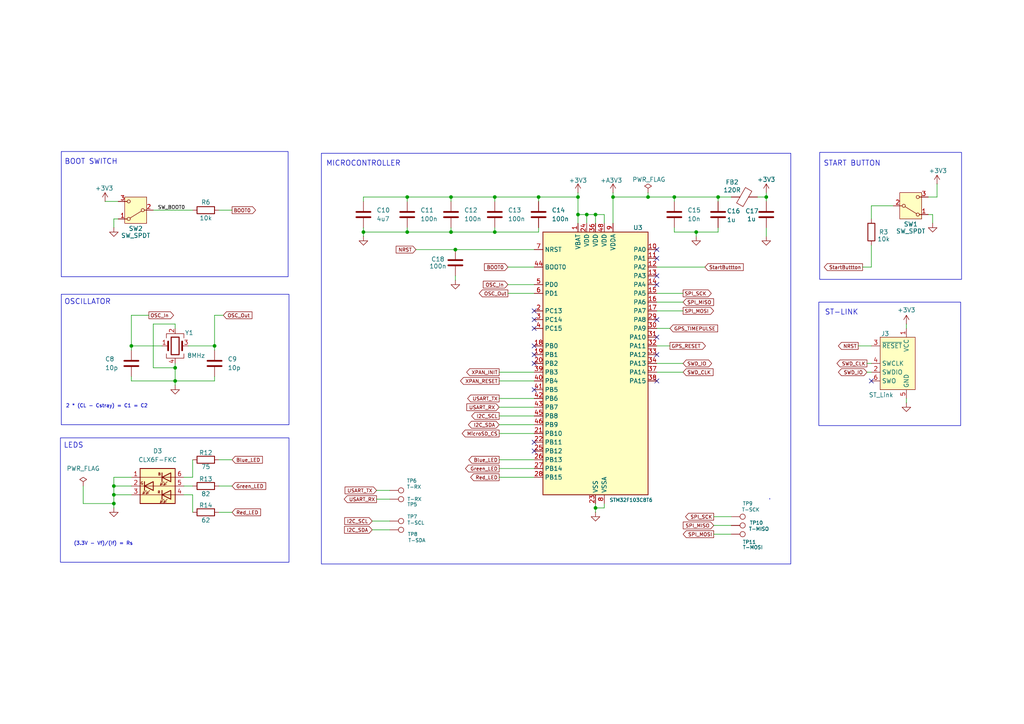
<source format=kicad_sch>
(kicad_sch (version 20250114) (generator "eeschema") (generator_version "9.0")
  (paper "A4")
  (lib_symbols
    (symbol "Connector:Conn_ARM_SWD_TagConnect_TC2030" (in_bom no)
      (property "Reference" "J" (at 2.54 11.43 0))
      (property "Value" "Conn_ARM_SWD_TagConnect_TC2030" (at 5.08 8.89 0))
      (symbol "Conn_ARM_SWD_TagConnect_TC2030_0_0"
        (pin power_in line (at -2.54 10.16 270) (length 2.54) (name "VCC") (number "1"))
        (pin power_in line (at -2.54 -10.16 90) (length 2.54) (name "GND") (number "5"))
        (pin open_collector line (at 7.62 5.08 180) (length 2.54) (name "~{RESET}") (number "3"))
        (pin output line (at 7.62 0 180) (length 2.54) (name "SWCLK") (number "4"))
        (pin bidirectional line (at 7.62 -2.54 180) (length 2.54) (name "SWDIO") (number "2"))
        (pin input line (at 7.62 -5.08 180) (length 2.54) (name "SWO") (number "6"))
      )
      (symbol "Conn_ARM_SWD_TagConnect_TC2030_0_1"
        (rectangle (start -5.08 7.62) (end 5.08 -7.62) (fill (type background)))
      )
    )
    (symbol "Connector:TestPoint" (pin_numbers (hide yes)) (pin_names (offset 0.762) (hide yes))
      (property "Reference" "TP" (at 0 6.858 0))
      (property "Value" "TestPoint" (at 0 5.08 0))
      (symbol "TestPoint_0_1"
        (circle (center 0 3.302) (radius 0.762))
      )
      (symbol "TestPoint_1_1"
        (pin passive line (at 0 0 90) (length 2.54) (name "1") (number "1"))
      )
    )
    (symbol "Device:C" (pin_numbers (hide yes)) (pin_names (offset 0.254))
      (property "Reference" "C" (at 0.635 2.54 0))
      (property "Value" "C" (at 0.635 -2.54 0))
      (symbol "C_0_1"
        (polyline (pts (xy -2.032 0.762) (xy 2.032 0.762)) (stroke (width 0.508)))
        (polyline (pts (xy -2.032 -0.762) (xy 2.032 -0.762)) (stroke (width 0.508)))
      )
      (symbol "C_1_1"
        (pin passive line (at 0 3.81 270) (length 2.794) (name "~") (number "1"))
        (pin passive line (at 0 -3.81 90) (length 2.794) (name "~") (number "2"))
      )
    )
    (symbol "Device:Crystal_GND24" (pin_names (offset 1.016) (hide yes))
      (property "Reference" "Y" (at 3.175 5.08 0))
      (property "Value" "Crystal_GND24" (at 3.175 3.175 0))
      (symbol "Crystal_GND24_0_1"
        (polyline (pts (xy -2.54 2.286) (xy -2.54 3.556) (xy 2.54 3.556) (xy 2.54 2.286)))
        (polyline (pts (xy -2.54 0) (xy -2.032 0)))
        (polyline (pts (xy -2.54 -2.286) (xy -2.54 -3.556) (xy 2.54 -3.556) (xy 2.54 -2.286)))
        (polyline (pts (xy -2.032 -1.27) (xy -2.032 1.27)) (stroke (width 0.508)))
        (rectangle (start -1.143 2.54) (end 1.143 -2.54) (stroke (width 0.3048)))
        (polyline (pts (xy 0 3.556) (xy 0 3.81)))
        (polyline (pts (xy 0 -3.81) (xy 0 -3.556)))
        (polyline (pts (xy 2.032 0) (xy 2.54 0)))
        (polyline (pts (xy 2.032 -1.27) (xy 2.032 1.27)) (stroke (width 0.508)))
      )
      (symbol "Crystal_GND24_1_1"
        (pin passive line (at -3.81 0 0) (length 1.27) (name "1") (number "1"))
        (pin passive line (at 0 5.08 270) (length 1.27) (name "2") (number "2"))
        (pin passive line (at 0 -5.08 90) (length 1.27) (name "4") (number "4"))
        (pin passive line (at 3.81 0 180) (length 1.27) (name "3") (number "3"))
      )
    )
    (symbol "Device:FerriteBead" (pin_numbers (hide yes)) (pin_names (offset 0))
      (property "Reference" "FB" (at -3.81 0.635 90))
      (property "Value" "FerriteBead" (at 3.81 0 90))
      (symbol "FerriteBead_0_1"
        (polyline (pts (xy -2.7686 0.4064) (xy -1.7018 2.2606) (xy 2.7686 -0.3048) (xy 1.6764 -2.159) (xy -2.7686 0.4064)))
        (polyline (pts (xy 0 1.27) (xy 0 1.2954)))
        (polyline (pts (xy 0 -1.27) (xy 0 -1.2192)))
      )
      (symbol "FerriteBead_1_1"
        (pin passive line (at 0 3.81 270) (length 2.54) (name "~") (number "1"))
        (pin passive line (at 0 -3.81 90) (length 2.54) (name "~") (number "2"))
      )
    )
    (symbol "Device:R" (pin_numbers (hide yes)) (pin_names (offset 0))
      (property "Reference" "R" (at 2.032 0 90))
      (property "Value" "R" (at 0 0 90))
      (symbol "R_0_1"
        (rectangle (start -1.016 -2.54) (end 1.016 2.54) (stroke (width 0.254)))
      )
      (symbol "R_1_1"
        (pin passive line (at 0 3.81 270) (length 1.27) (name "~") (number "1"))
        (pin passive line (at 0 -3.81 90) (length 1.27) (name "~") (number "2"))
      )
    )
    (symbol "LED:CLX6F-FKC" (pin_names (hide yes))
      (property "Reference" "D" (at -5.08 6.35 0))
      (property "Value" "CLX6F-FKC" (at -5.08 -6.35 0))
      (symbol "CLX6F-FKC_0_0"
        (text "B" (at -0.508 -3.4544 0) (effects (font (size 0.762 0.762))))
        (text "R" (at -0.381 1.8034 0) (effects (font (size 0.762 0.762))))
        (text "G" (at 4.5466 -0.8382 0) (effects (font (size 0.762 0.762))))
      )
      (symbol "CLX6F-FKC_0_1"
        (rectangle (start -5.08 5.08) (end 5.08 -5.08) (stroke (width 0.254)) (fill (type background)))
        (polyline (pts (xy -5.08 2.54) (xy 5.08 2.54)))
        (polyline (pts (xy -5.08 0) (xy 5.08 0)))
        (polyline (pts (xy -5.08 -2.54) (xy 5.08 -2.54)))
        (polyline (pts (xy -3.81 3.81) (xy -3.81 1.27) (xy -1.27 2.54) (xy -3.81 3.81)) (stroke (width 0.254)))
        (polyline (pts (xy -3.81 -1.27) (xy -3.81 -3.81) (xy -1.27 -2.54) (xy -3.81 -1.27)) (stroke (width 0.254)))
        (polyline (pts (xy -2.794 3.81) (xy -1.778 4.826)))
        (polyline (pts (xy -2.794 -1.27) (xy -1.778 -0.254)))
        (polyline (pts (xy -2.54 4.572) (xy -1.778 4.826) (xy -2.032 4.064)))
        (polyline (pts (xy -2.032 -1.016) (xy -1.778 -0.254) (xy -2.54 -0.508)))
        (polyline (pts (xy -1.778 3.81) (xy -0.762 4.826)))
        (polyline (pts (xy -1.778 -1.27) (xy -0.762 -0.254)))
        (polyline (pts (xy -1.524 4.572) (xy -0.762 4.826) (xy -1.016 4.064)))
        (polyline (pts (xy -1.524 -0.508) (xy -0.762 -0.254) (xy -1.016 -1.016)))
        (polyline (pts (xy -1.27 3.81) (xy -1.27 1.27)) (stroke (width 0.254)))
        (polyline (pts (xy -1.27 -1.27) (xy -1.27 -3.81)) (stroke (width 0.254)))
        (polyline (pts (xy 1.27 1.27) (xy 1.27 -1.27) (xy 3.81 0) (xy 1.27 1.27)) (stroke (width 0.254)))
        (polyline (pts (xy 2.286 1.27) (xy 3.302 2.286)))
        (polyline (pts (xy 3.048 1.524) (xy 3.302 2.286) (xy 2.54 2.032)))
        (polyline (pts (xy 3.302 1.27) (xy 4.318 2.286)))
        (polyline (pts (xy 3.556 2.032) (xy 4.318 2.286) (xy 4.064 1.524)))
        (polyline (pts (xy 3.81 1.27) (xy 3.81 -1.27)) (stroke (width 0.254)))
      )
      (symbol "CLX6F-FKC_1_1"
        (pin passive line (at -7.62 2.54 0) (length 2.54) (name "AR") (number "4"))
        (pin passive line (at -7.62 0 0) (length 2.54) (name "AG") (number "5"))
        (pin passive line (at -7.62 -2.54 0) (length 2.54) (name "AB") (number "6"))
        (pin passive line (at 7.62 2.54 180) (length 2.54) (name "KR") (number "3"))
        (pin passive line (at 7.62 0 180) (length 2.54) (name "KG") (number "2"))
        (pin passive line (at 7.62 -2.54 180) (length 2.54) (name "KB") (number "1"))
      )
    )
    (symbol "MCU_ST_STM32F1:STM32F103C8Tx"
      (property "Reference" "U" (at -15.24 39.37 0))
      (property "Value" "STM32F103C8Tx" (at 7.62 39.37 0))
      (symbol "STM32F103C8Tx_0_1"
        (rectangle (start -15.24 -38.1) (end 15.24 38.1) (stroke (width 0.254)) (fill (type background)))
      )
      (symbol "STM32F103C8Tx_1_1"
        (pin input line (at -17.78 33.02 0) (length 2.54) (name "NRST") (number "7"))
        (pin input line (at -17.78 27.94 0) (length 2.54) (name "BOOT0") (number "44"))
        (pin bidirectional line (at -17.78 22.86 0) (length 2.54) (name "PD0") (number "5"))
        (pin bidirectional line (at -17.78 20.32 0) (length 2.54) (name "PD1") (number "6"))
        (pin bidirectional line (at -17.78 15.24 0) (length 2.54) (name "PC13") (number "2"))
        (pin bidirectional line (at -17.78 12.7 0) (length 2.54) (name "PC14") (number "3"))
        (pin bidirectional line (at -17.78 10.16 0) (length 2.54) (name "PC15") (number "4"))
        (pin bidirectional line (at -17.78 5.08 0) (length 2.54) (name "PB0") (number "18"))
        (pin bidirectional line (at -17.78 2.54 0) (length 2.54) (name "PB1") (number "19"))
        (pin bidirectional line (at -17.78 0 0) (length 2.54) (name "PB2") (number "20"))
        (pin bidirectional line (at -17.78 -2.54 0) (length 2.54) (name "PB3") (number "39"))
        (pin bidirectional line (at -17.78 -5.08 0) (length 2.54) (name "PB4") (number "40"))
        (pin bidirectional line (at -17.78 -7.62 0) (length 2.54) (name "PB5") (number "41"))
        (pin bidirectional line (at -17.78 -10.16 0) (length 2.54) (name "PB6") (number "42"))
        (pin bidirectional line (at -17.78 -12.7 0) (length 2.54) (name "PB7") (number "43"))
        (pin bidirectional line (at -17.78 -15.24 0) (length 2.54) (name "PB8") (number "45"))
        (pin bidirectional line (at -17.78 -17.78 0) (length 2.54) (name "PB9") (number "46"))
        (pin bidirectional line (at -17.78 -20.32 0) (length 2.54) (name "PB10") (number "21"))
        (pin bidirectional line (at -17.78 -22.86 0) (length 2.54) (name "PB11") (number "22"))
        (pin bidirectional line (at -17.78 -25.4 0) (length 2.54) (name "PB12") (number "25"))
        (pin bidirectional line (at -17.78 -27.94 0) (length 2.54) (name "PB13") (number "26"))
        (pin bidirectional line (at -17.78 -30.48 0) (length 2.54) (name "PB14") (number "27"))
        (pin bidirectional line (at -17.78 -33.02 0) (length 2.54) (name "PB15") (number "28"))
        (pin power_in line (at -5.08 40.64 270) (length 2.54) (name "VBAT") (number "1"))
        (pin power_in line (at -2.54 40.64 270) (length 2.54) (name "VDD") (number "24"))
        (pin power_in line (at 0 40.64 270) (length 2.54) (name "VDD") (number "36"))
        (pin power_in line (at 0 -40.64 90) (length 2.54) (name "VSS") (number "23"))
        (pin passive line (at 0 -40.64 90) (length 2.54) (hide yes) (name "VSS") (number "35"))
        (pin passive line (at 0 -40.64 90) (length 2.54) (hide yes) (name "VSS") (number "47"))
        (pin power_in line (at 2.54 40.64 270) (length 2.54) (name "VDD") (number "48"))
        (pin power_in line (at 2.54 -40.64 90) (length 2.54) (name "VSSA") (number "8"))
        (pin power_in line (at 5.08 40.64 270) (length 2.54) (name "VDDA") (number "9"))
        (pin bidirectional line (at 17.78 33.02 180) (length 2.54) (name "PA0") (number "10"))
        (pin bidirectional line (at 17.78 30.48 180) (length 2.54) (name "PA1") (number "11"))
        (pin bidirectional line (at 17.78 27.94 180) (length 2.54) (name "PA2") (number "12"))
        (pin bidirectional line (at 17.78 25.4 180) (length 2.54) (name "PA3") (number "13"))
        (pin bidirectional line (at 17.78 22.86 180) (length 2.54) (name "PA4") (number "14"))
        (pin bidirectional line (at 17.78 20.32 180) (length 2.54) (name "PA5") (number "15"))
        (pin bidirectional line (at 17.78 17.78 180) (length 2.54) (name "PA6") (number "16"))
        (pin bidirectional line (at 17.78 15.24 180) (length 2.54) (name "PA7") (number "17"))
        (pin bidirectional line (at 17.78 12.7 180) (length 2.54) (name "PA8") (number "29"))
        (pin bidirectional line (at 17.78 10.16 180) (length 2.54) (name "PA9") (number "30"))
        (pin bidirectional line (at 17.78 7.62 180) (length 2.54) (name "PA10") (number "31"))
        (pin bidirectional line (at 17.78 5.08 180) (length 2.54) (name "PA11") (number "32"))
        (pin bidirectional line (at 17.78 2.54 180) (length 2.54) (name "PA12") (number "33"))
        (pin bidirectional line (at 17.78 0 180) (length 2.54) (name "PA13") (number "34"))
        (pin bidirectional line (at 17.78 -2.54 180) (length 2.54) (name "PA14") (number "37"))
        (pin bidirectional line (at 17.78 -5.08 180) (length 2.54) (name "PA15") (number "38"))
      )
    )
    (symbol "Switch:SW_SPDT" (pin_names (offset 0) (hide yes))
      (property "Reference" "SW" (at 0 5.08 0))
      (property "Value" "SW_SPDT" (at 0 -5.08 0))
      (symbol "SW_SPDT_0_1"
        (circle (center -2.032 0) (radius 0.4572))
        (polyline (pts (xy -1.651 0.254) (xy 1.651 2.286)))
        (circle (center 2.032 2.54) (radius 0.4572))
        (circle (center 2.032 -2.54) (radius 0.4572))
      )
      (symbol "SW_SPDT_1_1"
        (rectangle (start -3.175 3.81) (end 3.175 -3.81) (fill (type background)))
        (pin passive line (at -5.08 0 0) (length 2.54) (name "B") (number "2"))
        (pin passive line (at 5.08 2.54 180) (length 2.54) (name "A") (number "1"))
        (pin passive line (at 5.08 -2.54 180) (length 2.54) (name "C") (number "3"))
      )
    )
    (symbol "power:+3.3V" (power) (pin_numbers (hide yes)) (pin_names (offset 0) (hide yes))
      (property "Value" "+3.3V" (at 0 3.556 0))
      (symbol "+3.3V_0_1"
        (polyline (pts (xy -0.762 1.27) (xy 0 2.54)))
        (polyline (pts (xy 0 2.54) (xy 0.762 1.27)))
        (polyline (pts (xy 0 0) (xy 0 2.54)))
      )
      (symbol "+3.3V_1_1"
        (pin power_in line (at 0 0 90) (length 0) (name "~") (number "1"))
      )
    )
    (symbol "power:+3.3VA" (power) (pin_numbers (hide yes)) (pin_names (offset 0) (hide yes))
      (property "Value" "+3.3VA" (at 0 3.556 0))
      (symbol "+3.3VA_0_1"
        (polyline (pts (xy -0.762 1.27) (xy 0 2.54)))
        (polyline (pts (xy 0 2.54) (xy 0.762 1.27)))
        (polyline (pts (xy 0 0) (xy 0 2.54)))
      )
      (symbol "+3.3VA_1_1"
        (pin power_in line (at 0 0 90) (length 0) (name "~") (number "1"))
      )
    )
    (symbol "power:GND" (power) (pin_numbers (hide yes)) (pin_names (offset 0) (hide yes))
      (property "Value" "GND" (at 0 -3.81 0))
      (symbol "GND_0_1"
        (polyline (pts (xy 0 0) (xy 0 -1.27) (xy 1.27 -1.27) (xy 0 -2.54) (xy -1.27 -1.27) (xy 0 -1.27)))
      )
      (symbol "GND_1_1"
        (pin power_in line (at 0 0 270) (length 0) (name "~") (number "1"))
      )
    )
    (symbol "power:PWR_FLAG" (power) (pin_numbers (hide yes)) (pin_names (offset 0) (hide yes))
      (property "Value" "PWR_FLAG" (at 0 3.81 0))
      (symbol "PWR_FLAG_0_0"
        (pin power_out line (at 0 0 90) (length 0) (name "~") (number "1"))
      )
      (symbol "PWR_FLAG_0_1"
        (polyline (pts (xy 0 0) (xy 0 1.27) (xy -1.016 1.905) (xy 0 2.54) (xy 1.016 1.905) (xy 0 1.27)))
      )
    )
  )
  (rectangle (start 237.49 87.63) (end 278.638 123.444))
  (rectangle (start 17.526 127) (end 83.82 163.068))
  (rectangle (start 17.78 85.344) (end 83.82 123.19))
  (rectangle (start 17.78 43.942) (end 83.566 80.264))
  (rectangle (start 93.218 44.45) (end 229.362 163.576))
  (rectangle (start 237.744 44.196) (end 278.892 81.026))
  (text "MICROCONTROLLER" (at 105.41 47.498 0) (effects (font (size 1.524 1.524))))
  (text "(3.3V - Vf)/(If) = Rs" (at 29.972 157.734 0) (effects (font (size 1.016 1.016))))
  (text "BOOT SWITCH" (at 26.416 46.99 0) (effects (font (size 1.524 1.524))))
  (text "ST-LINK" (at 244.094 90.678 0) (effects (font (size 1.524 1.524))))
  (text "START BUTTON" (at 247.142 47.498 0) (effects (font (size 1.524 1.524))))
  (text "LEDS" (at 21.336 129.286 0) (effects (font (size 1.524 1.524))))
  (text "2 * (CL - Cstray) = C1 = C2" (at 30.988 117.856 0) (effects (font (size 1.016 1.016))))
  (text "OSCILLATOR" (at 25.4 87.63 0) (effects (font (size 1.524 1.524))))
  (junction (at 105.41 67.31))
  (junction (at 118.11 57.15))
  (junction (at 50.8 106.68))
  (junction (at 172.72 62.23))
  (junction (at 143.51 67.31))
  (junction (at 62.23 100.33))
  (junction (at 143.51 57.15))
  (junction (at 172.72 147.32))
  (junction (at 33.02 140.97))
  (junction (at 50.8 110.49))
  (junction (at 201.93 67.31))
  (junction (at 132.08 72.39))
  (junction (at 222.25 57.15))
  (junction (at 130.81 67.31))
  (junction (at 33.02 146.05))
  (junction (at 167.64 57.15))
  (junction (at 156.21 57.15))
  (junction (at 195.58 57.15))
  (junction (at 130.81 57.15))
  (junction (at 118.11 67.31))
  (junction (at 38.1 100.33))
  (junction (at 208.28 57.15))
  (junction (at 170.18 62.23))
  (junction (at 187.96 57.15))
  (junction (at 167.64 62.23))
  (junction (at 177.8 57.15))
  (junction (at 33.02 143.51))
  (no_connect (at 154.94 95.25))
  (no_connect (at 154.94 102.87))
  (no_connect (at 154.94 100.33))
  (no_connect (at 252.73 110.49))
  (no_connect (at 190.5 102.87))
  (no_connect (at 154.94 90.17))
  (no_connect (at 154.94 130.81))
  (no_connect (at 190.5 80.01))
  (no_connect (at 190.5 82.55))
  (no_connect (at 154.94 113.03))
  (no_connect (at 190.5 72.39))
  (no_connect (at 190.5 97.79))
  (no_connect (at 190.5 110.49))
  (no_connect (at 154.94 105.41))
  (no_connect (at 190.5 74.93))
  (no_connect (at 154.94 128.27))
  (no_connect (at 190.5 92.71))
  (no_connect (at 154.94 92.71))
  (wire (pts (xy 170.18 62.23) (xy 172.72 62.23)))
  (wire (pts (xy 195.58 57.15) (xy 195.58 58.42)))
  (wire (pts (xy 107.95 153.67) (xy 113.03 153.67)))
  (wire (pts (xy 147.32 82.55) (xy 154.94 82.55)))
  (wire (pts (xy 201.93 67.31) (xy 201.93 68.58)))
  (wire (pts (xy 63.5 60.96) (xy 67.31 60.96)))
  (wire (pts (xy 105.41 66.04) (xy 105.41 67.31)))
  (wire (pts (xy 190.5 77.47) (xy 204.47 77.47)))
  (wire (pts (xy 190.5 107.95) (xy 198.12 107.95)))
  (wire (pts (xy 195.58 67.31) (xy 201.93 67.31)))
  (wire (pts (xy 144.78 135.89) (xy 154.94 135.89)))
  (wire (pts (xy 251.46 107.95) (xy 252.73 107.95)))
  (wire (pts (xy 222.25 55.88) (xy 222.25 57.15)))
  (wire (pts (xy 172.72 62.23) (xy 175.26 62.23)))
  (wire (pts (xy 195.58 66.04) (xy 195.58 67.31)))
  (wire (pts (xy 130.81 67.31) (xy 130.81 66.04)))
  (wire (pts (xy 132.08 72.39) (xy 154.94 72.39)))
  (wire (pts (xy 118.11 67.31) (xy 130.81 67.31)))
  (wire (pts (xy 167.64 62.23) (xy 170.18 62.23)))
  (wire (pts (xy 271.78 53.34) (xy 271.78 57.15)))
  (wire (pts (xy 187.96 57.15) (xy 195.58 57.15)))
  (wire (pts (xy 62.23 109.22) (xy 62.23 110.49)))
  (wire (pts (xy 30.48 58.42) (xy 34.29 58.42)))
  (wire (pts (xy 190.5 95.25) (xy 194.31 95.25)))
  (wire (pts (xy 190.5 85.09) (xy 198.12 85.09)))
  (wire (pts (xy 44.45 93.98) (xy 44.45 106.68)))
  (wire (pts (xy 143.51 67.31) (xy 156.21 67.31)))
  (wire (pts (xy 144.78 123.19) (xy 154.94 123.19)))
  (polyline (pts (xy 223.266 144.78) (xy 223.266 144.526)))
  (wire (pts (xy 208.28 57.15) (xy 212.09 57.15)))
  (wire (pts (xy 269.24 62.23) (xy 270.51 62.23)))
  (wire (pts (xy 109.22 142.24) (xy 113.03 142.24)))
  (wire (pts (xy 50.8 93.98) (xy 44.45 93.98)))
  (wire (pts (xy 33.02 63.5) (xy 33.02 66.04)))
  (wire (pts (xy 172.72 64.77) (xy 172.72 62.23)))
  (wire (pts (xy 144.78 107.95) (xy 154.94 107.95)))
  (wire (pts (xy 222.25 66.04) (xy 222.25 68.58)))
  (wire (pts (xy 208.28 66.04) (xy 208.28 67.31)))
  (wire (pts (xy 144.78 120.65) (xy 154.94 120.65)))
  (wire (pts (xy 172.72 147.32) (xy 175.26 147.32)))
  (wire (pts (xy 208.28 57.15) (xy 208.28 58.42)))
  (wire (pts (xy 252.73 59.69) (xy 252.73 63.5)))
  (wire (pts (xy 38.1 110.49) (xy 50.8 110.49)))
  (wire (pts (xy 24.13 140.97) (xy 24.13 146.05)))
  (wire (pts (xy 55.88 138.43) (xy 55.88 133.35)))
  (wire (pts (xy 177.8 55.88) (xy 177.8 57.15)))
  (wire (pts (xy 190.5 90.17) (xy 198.12 90.17)))
  (wire (pts (xy 34.29 63.5) (xy 33.02 63.5)))
  (wire (pts (xy 63.5 140.97) (xy 67.31 140.97)))
  (wire (pts (xy 262.89 93.98) (xy 262.89 95.25)))
  (wire (pts (xy 44.45 106.68) (xy 50.8 106.68)))
  (wire (pts (xy 143.51 57.15) (xy 143.51 58.42)))
  (wire (pts (xy 33.02 146.05) (xy 33.02 147.32)))
  (wire (pts (xy 132.08 80.01) (xy 132.08 81.28)))
  (wire (pts (xy 177.8 57.15) (xy 177.8 64.77)))
  (wire (pts (xy 190.5 87.63) (xy 198.12 87.63)))
  (wire (pts (xy 271.78 57.15) (xy 269.24 57.15)))
  (wire (pts (xy 130.81 57.15) (xy 130.81 58.42)))
  (wire (pts (xy 143.51 67.31) (xy 143.51 66.04)))
  (wire (pts (xy 143.51 57.15) (xy 156.21 57.15)))
  (wire (pts (xy 175.26 146.05) (xy 175.26 147.32)))
  (wire (pts (xy 38.1 101.6) (xy 38.1 100.33)))
  (wire (pts (xy 50.8 106.68) (xy 50.8 110.49)))
  (wire (pts (xy 33.02 143.51) (xy 33.02 146.05)))
  (wire (pts (xy 44.45 60.96) (xy 55.88 60.96)))
  (wire (pts (xy 50.8 110.49) (xy 62.23 110.49)))
  (wire (pts (xy 156.21 66.04) (xy 156.21 67.31)))
  (wire (pts (xy 172.72 147.32) (xy 172.72 148.59)))
  (wire (pts (xy 54.61 100.33) (xy 62.23 100.33)))
  (wire (pts (xy 38.1 91.44) (xy 38.1 100.33)))
  (wire (pts (xy 63.5 148.59) (xy 67.31 148.59)))
  (wire (pts (xy 201.93 67.31) (xy 208.28 67.31)))
  (wire (pts (xy 105.41 67.31) (xy 118.11 67.31)))
  (wire (pts (xy 144.78 118.11) (xy 154.94 118.11)))
  (wire (pts (xy 38.1 138.43) (xy 33.02 138.43)))
  (wire (pts (xy 105.41 57.15) (xy 105.41 58.42)))
  (wire (pts (xy 62.23 100.33) (xy 62.23 101.6)))
  (wire (pts (xy 63.5 133.35) (xy 67.31 133.35)))
  (wire (pts (xy 222.25 57.15) (xy 222.25 58.42)))
  (wire (pts (xy 144.78 115.57) (xy 154.94 115.57)))
  (wire (pts (xy 207.01 154.94) (xy 212.09 154.94)))
  (wire (pts (xy 33.02 140.97) (xy 33.02 143.51)))
  (wire (pts (xy 143.51 67.31) (xy 130.81 67.31)))
  (wire (pts (xy 105.41 57.15) (xy 118.11 57.15)))
  (wire (pts (xy 251.46 105.41) (xy 252.73 105.41)))
  (wire (pts (xy 38.1 109.22) (xy 38.1 110.49)))
  (wire (pts (xy 38.1 100.33) (xy 46.99 100.33)))
  (wire (pts (xy 172.72 146.05) (xy 172.72 147.32)))
  (wire (pts (xy 144.78 125.73) (xy 154.94 125.73)))
  (wire (pts (xy 262.89 115.57) (xy 262.89 116.84)))
  (wire (pts (xy 120.65 72.39) (xy 132.08 72.39)))
  (wire (pts (xy 50.8 95.25) (xy 50.8 93.98)))
  (wire (pts (xy 147.32 85.09) (xy 154.94 85.09)))
  (wire (pts (xy 50.8 105.41) (xy 50.8 106.68)))
  (wire (pts (xy 33.02 138.43) (xy 33.02 140.97)))
  (wire (pts (xy 170.18 64.77) (xy 170.18 62.23)))
  (wire (pts (xy 144.78 138.43) (xy 154.94 138.43)))
  (wire (pts (xy 118.11 57.15) (xy 130.81 57.15)))
  (wire (pts (xy 105.41 67.31) (xy 105.41 68.58)))
  (wire (pts (xy 187.96 55.88) (xy 187.96 57.15)))
  (wire (pts (xy 130.81 57.15) (xy 143.51 57.15)))
  (wire (pts (xy 190.5 105.41) (xy 198.12 105.41)))
  (wire (pts (xy 156.21 57.15) (xy 156.21 58.42)))
  (wire (pts (xy 167.64 55.88) (xy 167.64 57.15)))
  (wire (pts (xy 195.58 57.15) (xy 208.28 57.15)))
  (wire (pts (xy 38.1 140.97) (xy 33.02 140.97)))
  (wire (pts (xy 207.01 149.86) (xy 212.09 149.86)))
  (wire (pts (xy 252.73 71.12) (xy 252.73 77.47)))
  (wire (pts (xy 270.51 62.23) (xy 270.51 64.77)))
  (wire (pts (xy 53.34 143.51) (xy 55.88 143.51)))
  (wire (pts (xy 167.64 62.23) (xy 167.64 64.77)))
  (wire (pts (xy 55.88 143.51) (xy 55.88 148.59)))
  (wire (pts (xy 177.8 57.15) (xy 187.96 57.15)))
  (wire (pts (xy 38.1 143.51) (xy 33.02 143.51)))
  (wire (pts (xy 118.11 57.15) (xy 118.11 58.42)))
  (wire (pts (xy 190.5 100.33) (xy 194.31 100.33)))
  (wire (pts (xy 62.23 91.44) (xy 62.23 100.33)))
  (wire (pts (xy 38.1 91.44) (xy 43.18 91.44)))
  (polyline (pts (xy 223.266 144.78) (xy 223.266 144.78)))
  (wire (pts (xy 53.34 138.43) (xy 55.88 138.43)))
  (wire (pts (xy 64.77 91.44) (xy 62.23 91.44)))
  (wire (pts (xy 144.78 133.35) (xy 154.94 133.35)))
  (wire (pts (xy 118.11 67.31) (xy 118.11 66.04)))
  (wire (pts (xy 24.13 146.05) (xy 33.02 146.05)))
  (wire (pts (xy 219.71 57.15) (xy 222.25 57.15)))
  (wire (pts (xy 107.95 151.13) (xy 113.03 151.13)))
  (wire (pts (xy 144.78 110.49) (xy 154.94 110.49)))
  (wire (pts (xy 167.64 57.15) (xy 167.64 62.23)))
  (wire (pts (xy 175.26 64.77) (xy 175.26 62.23)))
  (wire (pts (xy 109.22 144.78) (xy 113.03 144.78)))
  (wire (pts (xy 147.32 77.47) (xy 154.94 77.47)))
  (wire (pts (xy 50.8 110.49) (xy 50.8 111.76)))
  (wire (pts (xy 156.21 57.15) (xy 167.64 57.15)))
  (wire (pts (xy 250.19 77.47) (xy 252.73 77.47)))
  (wire (pts (xy 207.01 152.4) (xy 212.09 152.4)))
  (wire (pts (xy 252.73 59.69) (xy 259.08 59.69)))
  (wire (pts (xy 53.34 140.97) (xy 55.88 140.97)))
  (wire (pts (xy 248.92 100.33) (xy 252.73 100.33)))
  (label "SW_BOOT0" (at 45.72 60.96 0) (effects (font (size 1.016 1.016))))
  (global_label "Blue_LED" (shape input) (at 67.31 133.35 0) (effects (font (size 1.016 1.016))) (property "Intersheetrefs" "${INTERSHEET_REFS}" (effects (hide yes))))
  (global_label "SWD_CLK" (shape output) (at 251.46 105.41 180) (effects (font (size 1.016 1.016))) (property "Intersheetrefs" "${INTERSHEET_REFS}" (effects (hide yes))))
  (global_label "BOOT0" (shape input) (at 147.32 77.47 180) (effects (font (size 1.016 1.016))) (property "Intersheetrefs" "${INTERSHEET_REFS}" (effects (hide yes))))
  (global_label "XPAN_INIT" (shape output) (at 144.78 107.95 180) (effects (font (size 1.016 1.016))) (property "Intersheetrefs" "${INTERSHEET_REFS}" (effects (hide yes))))
  (global_label "Green_LED" (shape input) (at 67.31 140.97 0) (effects (font (size 1.016 1.016))) (property "Intersheetrefs" "${INTERSHEET_REFS}" (effects (hide yes))))
  (global_label "StartButtton" (shape output) (at 250.19 77.47 180) (effects (font (size 1.016 1.016))) (property "Intersheetrefs" "${INTERSHEET_REFS}" (effects (hide yes))))
  (global_label "Green_LED" (shape output) (at 144.78 135.89 180) (effects (font (size 1.016 1.016))) (property "Intersheetrefs" "${INTERSHEET_REFS}" (effects (hide yes))))
  (global_label "I2C_SCL" (shape output) (at 144.78 120.65 180) (effects (font (size 1.016 1.016))) (property "Intersheetrefs" "${INTERSHEET_REFS}" (effects (hide yes))))
  (global_label "I2C_SDA" (shape bidirectional) (at 144.78 123.19 180) (effects (font (size 1.016 1.016))) (property "Intersheetrefs" "${INTERSHEET_REFS}" (effects (hide yes))))
  (global_label "SWD_CLK" (shape input) (at 198.12 107.95 0) (effects (font (size 1.016 1.016))) (property "Intersheetrefs" "${INTERSHEET_REFS}" (effects (hide yes))))
  (global_label "BOOT0" (shape output) (at 67.31 60.96 0) (effects (font (size 1.016 1.016))) (property "Intersheetrefs" "${INTERSHEET_REFS}" (effects (hide yes))))
  (global_label "OSC_Out" (shape input) (at 64.77 91.44 0) (effects (font (size 1.016 1.016))) (property "Intersheetrefs" "${INTERSHEET_REFS}" (effects (hide yes))))
  (global_label "USART_RX" (shape input) (at 144.78 118.11 180) (effects (font (size 1.016 1.016))) (property "Intersheetrefs" "${INTERSHEET_REFS}" (effects (hide yes))))
  (global_label "StartButtton" (shape input) (at 204.47 77.47 0) (effects (font (size 1.016 1.016))) (property "Intersheetrefs" "${INTERSHEET_REFS}" (effects (hide yes))))
  (global_label "USART_TX" (shape output) (at 144.78 115.57 180) (effects (font (size 1.016 1.016))) (property "Intersheetrefs" "${INTERSHEET_REFS}" (effects (hide yes))))
  (global_label "NRST" (shape output) (at 248.92 100.33 180) (effects (font (size 1.016 1.016))) (property "Intersheetrefs" "${INTERSHEET_REFS}" (effects (hide yes))))
  (global_label "XPAN_RESET" (shape output) (at 144.78 110.49 180) (effects (font (size 1.016 1.016))) (property "Intersheetrefs" "${INTERSHEET_REFS}" (effects (hide yes))))
  (global_label "OSC_Out" (shape output) (at 147.32 85.09 180) (effects (font (size 1.016 1.016))) (property "Intersheetrefs" "${INTERSHEET_REFS}" (effects (hide yes))))
  (global_label "SPI_SCK" (shape output) (at 198.12 85.09 0) (effects (font (size 1.016 1.016))) (property "Intersheetrefs" "${INTERSHEET_REFS}" (effects (hide yes))))
  (global_label "Red_LED" (shape output) (at 144.78 138.43 180) (effects (font (size 1.016 1.016))) (property "Intersheetrefs" "${INTERSHEET_REFS}" (effects (hide yes))))
  (global_label "USART_TX" (shape input) (at 109.22 142.24 180) (effects (font (size 1.016 1.016))) (property "Intersheetrefs" "${INTERSHEET_REFS}" (effects (hide yes))))
  (global_label "SWD_IO" (shape bidirectional) (at 198.12 105.41 0) (effects (font (size 1.016 1.016))) (property "Intersheetrefs" "${INTERSHEET_REFS}" (effects (hide yes))))
  (global_label "GPS_TIMEPULSE" (shape input) (at 194.31 95.25 0) (effects (font (size 1.016 1.016))) (property "Intersheetrefs" "${INTERSHEET_REFS}" (effects (hide yes))))
  (global_label "Red_LED" (shape input) (at 67.31 148.59 0) (effects (font (size 1.016 1.016))) (property "Intersheetrefs" "${INTERSHEET_REFS}" (effects (hide yes))))
  (global_label "MicroSD_CS" (shape output) (at 144.78 125.73 180) (effects (font (size 1.016 1.016))) (property "Intersheetrefs" "${INTERSHEET_REFS}" (effects (hide yes))))
  (global_label "OSC_In" (shape output) (at 43.18 91.44 0) (effects (font (size 1.016 1.016))) (property "Intersheetrefs" "${INTERSHEET_REFS}" (effects (hide yes))))
  (global_label "I2C_SCL" (shape input) (at 107.95 151.13 180) (effects (font (size 1.016 1.016))) (property "Intersheetrefs" "${INTERSHEET_REFS}" (effects (hide yes))))
  (global_label "SPI_MISO" (shape input) (at 207.01 152.4 180) (effects (font (size 1.016 1.016))) (property "Intersheetrefs" "${INTERSHEET_REFS}" (effects (hide yes))))
  (global_label "SPI_SCK" (shape output) (at 207.01 149.86 180) (effects (font (size 1.016 1.016))) (property "Intersheetrefs" "${INTERSHEET_REFS}" (effects (hide yes))))
  (global_label "SWD_IO" (shape bidirectional) (at 251.46 107.95 180) (effects (font (size 1.016 1.016))) (property "Intersheetrefs" "${INTERSHEET_REFS}" (effects (hide yes))))
  (global_label "Blue_LED" (shape output) (at 144.78 133.35 180) (effects (font (size 1.016 1.016))) (property "Intersheetrefs" "${INTERSHEET_REFS}" (effects (hide yes))))
  (global_label "GPS_RESET" (shape output) (at 194.31 100.33 0) (effects (font (size 1.016 1.016))) (property "Intersheetrefs" "${INTERSHEET_REFS}" (effects (hide yes))))
  (global_label "SPI_MISO" (shape input) (at 198.12 87.63 0) (effects (font (size 1.016 1.016))) (property "Intersheetrefs" "${INTERSHEET_REFS}" (effects (hide yes))))
  (global_label "NRST" (shape input) (at 120.65 72.39 180) (effects (font (size 1.016 1.016))) (property "Intersheetrefs" "${INTERSHEET_REFS}" (effects (hide yes))))
  (global_label "USART_RX" (shape output) (at 109.22 144.78 180) (effects (font (size 1.016 1.016))) (property "Intersheetrefs" "${INTERSHEET_REFS}" (effects (hide yes))))
  (global_label "SPI_MOSI" (shape output) (at 207.01 154.94 180) (effects (font (size 1.016 1.016))) (property "Intersheetrefs" "${INTERSHEET_REFS}" (effects (hide yes))))
  (global_label "I2C_SDA" (shape input) (at 107.95 153.67 180) (effects (font (size 1.016 1.016))) (property "Intersheetrefs" "${INTERSHEET_REFS}" (effects (hide yes))))
  (global_label "SPI_MOSI" (shape output) (at 198.12 90.17 0) (effects (font (size 1.016 1.016))) (property "Intersheetrefs" "${INTERSHEET_REFS}" (effects (hide yes))))
  (global_label "OSC_In" (shape input) (at 147.32 82.55 180) (effects (font (size 1.016 1.016))) (property "Intersheetrefs" "${INTERSHEET_REFS}" (effects (hide yes))))
  (symbol (lib_id "Device:R") (at 59.69 140.97 90) (unit 1)
    (property "Reference" "R13" (at 59.69 138.938 90))
    (property "Value" "82" (at 59.69 143.256 90))
    (property "Footprint" "Resistor_SMD:R_0402_1005Metric" (effects (hide yes)))
    (property "Description" "Resistor" (effects (hide yes)))
  )
  (symbol (lib_id "Device:C") (at 132.08 76.2 0) (mirror x) (unit 1)
    (property "Reference" "C18" (at 127 75.184 0))
    (property "Value" "100n" (at 127 77.216 0))
    (property "Footprint" "Capacitor_SMD:C_0402_1005Metric" (effects (hide yes)))
    (property "Description" "Unpolarized capacitor" (effects (hide yes)))
  )
  (symbol (lib_id "power:GND") (at 33.02 66.04 0) (unit 1)
    (property "Reference" "#PWR04" (effects (hide yes)))
    (property "Value" "GND" (effects (hide yes)))
    (property "Description" "Power symbol creates a global label with name \"GND\" , ground" (effects (hide yes)))
  )
  (symbol (lib_id "power:PWR_FLAG") (at 24.13 140.97 0) (unit 1)
    (property "Reference" "#FLG04" (effects (hide yes)))
    (property "Value" "PWR_FLAG" (at 24.13 135.89 0))
    (property "Description" "Special symbol for telling ERC where power comes from" (effects (hide yes)))
  )
  (symbol (lib_id "power:GND") (at 222.25 68.58 0) (unit 1)
    (property "Reference" "#PWR029" (effects (hide yes)))
    (property "Value" "GND" (effects (hide yes)))
    (property "Description" "Power symbol creates a global label with name \"GND\" , ground" (effects (hide yes)))
  )
  (symbol (lib_id "Device:R") (at 59.69 133.35 90) (unit 1)
    (property "Reference" "R12" (at 59.69 131.318 90))
    (property "Value" "75" (at 59.69 135.382 90))
    (property "Footprint" "Resistor_SMD:R_0402_1005Metric" (effects (hide yes)))
    (property "Description" "Resistor" (effects (hide yes)))
  )
  (symbol (lib_id "Connector:TestPoint") (at 113.03 142.24 270) (mirror x) (unit 1)
    (property "Reference" "TP6" (at 120.904 139.446 90) (effects (font (size 1.016 1.016)) (justify right)))
    (property "Value" "T-RX" (at 122.174 141.224 90) (effects (font (size 1.016 1.016)) (justify right)))
    (property "Footprint" "TestPoint:TestPoint_Pad_D2.0mm" (effects (hide yes)))
    (property "Description" "test point" (effects (hide yes)))
  )
  (symbol (lib_id "Connector:TestPoint") (at 113.03 151.13 270) (unit 1)
    (property "Reference" "TP7" (at 118.11 149.86 90) (effects (font (size 1.016 1.016)) (justify left)))
    (property "Value" "T-SCL" (at 118.11 151.638 90) (effects (font (size 1.016 1.016)) (justify left)))
    (property "Footprint" "TestPoint:TestPoint_Pad_D2.0mm" (effects (hide yes)))
    (property "Description" "test point" (effects (hide yes)))
  )
  (symbol (lib_id "power:+3.3V") (at 271.78 53.34 0) (mirror y) (unit 1)
    (property "Reference" "#PWR042" (effects (hide yes)))
    (property "Value" "+3V3" (at 272.034 49.53 0))
    (property "Description" "Power symbol creates a global label with name \"+3.3V\"" (effects (hide yes)))
  )
  (symbol (lib_id "Device:Crystal_GND24") (at 50.8 100.33 0) (unit 1)
    (property "Reference" "Y1" (at 54.864 96.52 0))
    (property "Value" "8MHz" (at 56.896 103.124 0))
    (property "Footprint" "Crystal:Crystal_SMD_3225-4Pin_3.2x2.5mm" (effects (hide yes)))
    (property "Description" "Four pin crystal, GND on pins 2 and 4" (effects (hide yes)))
  )
  (symbol (lib_id "Device:C") (at 38.1 105.41 0) (unit 1)
    (property "Reference" "C8" (at 30.48 104.14 0) (effects (justify left)))
    (property "Value" "10p" (at 30.48 106.68 0) (effects (justify left)))
    (property "Footprint" "Capacitor_SMD:C_0402_1005Metric" (effects (hide yes)))
    (property "Description" "Unpolarized capacitor" (effects (hide yes)))
  )
  (symbol (lib_id "power:PWR_FLAG") (at 187.96 55.88 0) (unit 1)
    (property "Reference" "#FLG02" (effects (hide yes)))
    (property "Value" "PWR_FLAG" (at 188.214 52.07 0))
    (property "Description" "Special symbol for telling ERC where power comes from" (effects (hide yes)))
  )
  (symbol (lib_id "power:+3.3V") (at 222.25 55.88 0) (unit 1)
    (property "Reference" "#PWR028" (effects (hide yes)))
    (property "Value" "+3V3" (at 222.25 52.07 0))
    (property "Description" "Power symbol creates a global label with name \"+3.3V\"" (effects (hide yes)))
  )
  (symbol (lib_id "Connector:Conn_ARM_SWD_TagConnect_TC2030") (at 260.35 105.41 0) (mirror y) (unit 1) (in_bom no)
    (property "Reference" "J3" (at 255.524 96.774 0) (effects (justify right)))
    (property "Value" "ST_Link" (at 251.968 114.554 0) (effects (justify right)))
    (property "Footprint" "Connector:Tag-Connect_TC2030-IDC-FP_2x03_P1.27mm_Vertical" (effects (hide yes)))
    (property "Datasheet" "https://www.tag-connect.com/wp-content/uploads/bsk-pdf-manager/TC2030-CTX_1.pdf" (effects (hide yes)))
    (property "Description" "Tag-Connect ARM Cortex SWD JTAG connector, 6 pin" (effects (hide yes)))
  )
  (symbol (lib_id "Connector:TestPoint") (at 113.03 144.78 270) (mirror x) (unit 1)
    (property "Reference" "TP5" (at 118.11 146.304 90) (effects (font (size 1.016 1.016)) (justify left)))
    (property "Value" "T-RX" (at 118.11 144.78 90) (effects (font (size 1.016 1.016)) (justify left)))
    (property "Footprint" "TestPoint:TestPoint_Pad_D2.0mm" (effects (hide yes)))
    (property "Description" "test point" (effects (hide yes)))
  )
  (symbol (lib_id "power:+3.3V") (at 262.89 93.98 0) (unit 1)
    (property "Reference" "#PWR031" (effects (hide yes)))
    (property "Value" "+3V3" (at 262.89 89.916 0))
    (property "Description" "Power symbol creates a global label with name \"+3.3V\"" (effects (hide yes)))
  )
  (symbol (lib_id "Connector:TestPoint") (at 212.09 149.86 270) (unit 1)
    (property "Reference" "TP9" (at 215.392 146.05 90) (effects (font (size 1.016 1.016)) (justify left)))
    (property "Value" "T-SCK" (at 215.138 147.828 90) (effects (font (size 1.016 1.016)) (justify left)))
    (property "Footprint" "TestPoint:TestPoint_Pad_D2.0mm" (effects (hide yes)))
    (property "Description" "test point" (effects (hide yes)))
  )
  (symbol (lib_id "MCU_ST_STM32F1:STM32F103C8Tx") (at 172.72 105.41 0) (unit 1)
    (property "Reference" "U3" (at 183.642 66.04 0) (effects (justify left)))
    (property "Value" "STM32F103C8T6" (at 176.784 145.034 0) (effects (font (size 1.016 1.016)) (justify left)))
    (property "Footprint" "Package_QFP:LQFP-48_7x7mm_P0.5mm" (effects (hide yes)))
    (property "Datasheet" "https://www.st.com/resource/en/datasheet/stm32f103c8.pdf" (effects (hide yes)))
    (property "Description" "STMicroelectronics Arm Cortex-M3 MCU, 64KB flash, 20KB RAM, 72 MHz, 2.0-3.6V, 37 GPIO, LQFP48" (effects (hide yes)))
  )
  (symbol (lib_id "power:+3.3VA") (at 177.8 55.88 0) (unit 1)
    (property "Reference" "#PWR021" (effects (hide yes)))
    (property "Value" "+A3V3" (at 177.292 52.324 0))
    (property "Description" "Power symbol creates a global label with name \"+3.3VA\"" (effects (hide yes)))
  )
  (symbol (lib_id "Connector:TestPoint") (at 212.09 154.94 270) (unit 1)
    (property "Reference" "TP11" (at 215.392 157.226 90) (effects (font (size 1.016 1.016)) (justify left)))
    (property "Value" "T-MOSI" (at 215.392 158.75 90) (effects (font (size 1.016 1.016)) (justify left)))
    (property "Footprint" "TestPoint:TestPoint_Pad_D2.0mm" (effects (hide yes)))
    (property "Description" "test point" (effects (hide yes)))
  )
  (symbol (lib_id "Device:FerriteBead") (at 215.9 57.15 90) (unit 1)
    (property "Reference" "FB2" (at 212.344 52.832 90))
    (property "Value" "120R" (at 212.344 55.118 90))
    (property "Footprint" "Inductor_SMD:L_0603_1608Metric" (effects (hide yes)))
    (property "Description" "Ferrite bead" (effects (hide yes)))
  )
  (symbol (lib_id "power:GND") (at 132.08 81.28 0) (unit 1)
    (property "Reference" "#PWR017" (effects (hide yes)))
    (property "Value" "GND" (effects (hide yes)))
    (property "Description" "Power symbol creates a global label with name \"GND\" , ground" (effects (hide yes)))
  )
  (symbol (lib_id "Device:R") (at 252.73 67.31 0) (mirror y) (unit 1)
    (property "Reference" "R3" (at 256.286 67.31 0))
    (property "Value" "10k" (at 256.286 69.342 0))
    (property "Footprint" "Resistor_SMD:R_0402_1005Metric" (effects (hide yes)))
    (property "Description" "Resistor" (effects (hide yes)))
  )
  (symbol (lib_id "Device:C") (at 195.58 62.23 0) (unit 1)
    (property "Reference" "C15" (at 199.39 60.9599 0) (effects (justify left)))
    (property "Value" "10n" (at 199.39 63.4999 0) (effects (justify left)))
    (property "Footprint" "Capacitor_SMD:C_0402_1005Metric" (effects (hide yes)))
    (property "Description" "Unpolarized capacitor" (effects (hide yes)))
  )
  (symbol (lib_id "Switch:SW_SPDT") (at 39.37 60.96 180) (unit 1)
    (property "Reference" "SW2" (at 39.37 66.294 0))
    (property "Value" "SW_SPDT" (at 39.37 68.326 0))
    (property "Footprint" "Button_Switch_THT:SW_E-Switch_EG1224_SPDT_Angled" (effects (hide yes)))
    (property "Description" "Switch, single pole double throw" (effects (hide yes)))
  )
  (symbol (lib_id "Device:C") (at 118.11 62.23 0) (unit 1)
    (property "Reference" "C11" (at 121.92 60.9599 0) (effects (justify left)))
    (property "Value" "100n" (at 121.92 63.4999 0) (effects (justify left)))
    (property "Footprint" "Capacitor_SMD:C_0402_1005Metric" (effects (hide yes)))
    (property "Description" "Unpolarized capacitor" (effects (hide yes)))
  )
  (symbol (lib_id "Device:C") (at 222.25 62.23 0) (unit 1)
    (property "Reference" "C17" (at 216.154 61.214 0) (effects (justify left)))
    (property "Value" "1u" (at 216.662 63.5 0) (effects (justify left)))
    (property "Footprint" "Capacitor_SMD:C_0402_1005Metric" (effects (hide yes)))
    (property "Description" "Unpolarized capacitor" (effects (hide yes)))
  )
  (symbol (lib_id "Switch:SW_SPDT") (at 264.16 59.69 0) (mirror x) (unit 1)
    (property "Reference" "SW1" (at 264.16 65.024 0))
    (property "Value" "SW_SPDT" (at 264.16 67.056 0))
    (property "Footprint" "Button_Switch_THT:SW_E-Switch_EG1224_SPDT_Angled" (effects (hide yes)))
    (property "Description" "Switch, single pole double throw" (effects (hide yes)))
  )
  (symbol (lib_id "Device:R") (at 59.69 148.59 90) (unit 1)
    (property "Reference" "R14" (at 59.69 146.558 90))
    (property "Value" "62" (at 59.69 150.876 90))
    (property "Footprint" "Resistor_SMD:R_0402_1005Metric" (effects (hide yes)))
    (property "Description" "Resistor" (effects (hide yes)))
  )
  (symbol (lib_id "Device:R") (at 59.69 60.96 90) (unit 1)
    (property "Reference" "R6" (at 59.69 58.674 90))
    (property "Value" "10k" (at 59.69 63.246 90))
    (property "Footprint" "Resistor_SMD:R_0402_1005Metric" (effects (hide yes)))
    (property "Description" "Resistor" (effects (hide yes)))
  )
  (symbol (lib_id "power:GND") (at 105.41 68.58 0) (unit 1)
    (property "Reference" "#PWR08" (effects (hide yes)))
    (property "Value" "GND" (effects (hide yes)))
    (property "Description" "Power symbol creates a global label with name \"GND\" , ground" (effects (hide yes)))
  )
  (symbol (lib_id "Connector:TestPoint") (at 212.09 152.4 270) (mirror x) (unit 1)
    (property "Reference" "TP10" (at 217.424 151.638 90) (effects (font (size 1.016 1.016)) (justify left)))
    (property "Value" "T-MISO" (at 217.17 153.416 90) (effects (font (size 1.016 1.016)) (justify left)))
    (property "Footprint" "TestPoint:TestPoint_Pad_D2.0mm" (effects (hide yes)))
    (property "Description" "test point" (effects (hide yes)))
  )
  (symbol (lib_id "Device:C") (at 105.41 62.23 0) (unit 1)
    (property "Reference" "C10" (at 109.22 60.9599 0) (effects (justify left)))
    (property "Value" "4u7" (at 109.22 63.4999 0) (effects (justify left)))
    (property "Footprint" "Capacitor_SMD:C_0603_1608Metric" (effects (hide yes)))
    (property "Description" "Unpolarized capacitor" (effects (hide yes)))
  )
  (symbol (lib_id "power:GND") (at 33.02 147.32 0) (unit 1)
    (property "Reference" "#PWR03" (effects (hide yes)))
    (property "Value" "GND" (effects (hide yes)))
    (property "Description" "Power symbol creates a global label with name \"GND\" , ground" (effects (hide yes)))
  )
  (symbol (lib_id "Device:C") (at 156.21 62.23 0) (unit 1)
    (property "Reference" "C14" (at 160.02 60.9599 0) (effects (justify left)))
    (property "Value" "100n" (at 160.02 63.4999 0) (effects (justify left)))
    (property "Footprint" "Capacitor_SMD:C_0402_1005Metric" (effects (hide yes)))
    (property "Description" "Unpolarized capacitor" (effects (hide yes)))
  )
  (symbol (lib_id "power:GND") (at 172.72 148.59 0) (unit 1)
    (property "Reference" "#PWR019" (effects (hide yes)))
    (property "Value" "GND" (effects (hide yes)))
    (property "Description" "Power symbol creates a global label with name \"GND\" , ground" (effects (hide yes)))
  )
  (symbol (lib_id "LED:CLX6F-FKC") (at 45.72 140.97 180) (unit 1)
    (property "Reference" "D3" (at 45.72 130.81 0))
    (property "Value" "CLX6F-FKC" (at 45.72 133.35 0))
    (property "Footprint" "LED_SMD:LED_RGB_PLCC-6" (effects (hide yes)))
    (property "Datasheet" "https://assets.cree-led.com/a/ds/h/HB-CLX6F-FKC.pdf" (effects (hide yes)))
    (property "Description" "RGB LED, PLCC-6" (effects (hide yes)))
  )
  (symbol (lib_id "Connector:TestPoint") (at 113.03 153.67 270) (mirror x) (unit 1)
    (property "Reference" "TP8" (at 121.158 154.94 90) (effects (font (size 1.016 1.016)) (justify right)))
    (property "Value" "T-SDA" (at 123.444 156.718 90) (effects (font (size 1.016 1.016)) (justify right)))
    (property "Footprint" "TestPoint:TestPoint_Pad_D2.0mm" (effects (hide yes)))
    (property "Description" "test point" (effects (hide yes)))
  )
  (symbol (lib_id "power:+3.3V") (at 30.48 58.42 0) (unit 1)
    (property "Reference" "#PWR02" (effects (hide yes)))
    (property "Value" "+3V3" (at 30.226 54.61 0))
    (property "Description" "Power symbol creates a global label with name \"+3.3V\"" (effects (hide yes)))
  )
  (symbol (lib_id "Device:C") (at 62.23 105.41 0) (unit 1)
    (property "Reference" "C9" (at 66.04 104.1399 0) (effects (justify left)))
    (property "Value" "10p" (at 66.04 106.6799 0) (effects (justify left)))
    (property "Footprint" "Capacitor_SMD:C_0402_1005Metric" (effects (hide yes)))
    (property "Description" "Unpolarized capacitor" (effects (hide yes)))
  )
  (symbol (lib_id "power:GND") (at 201.93 68.58 0) (unit 1)
    (property "Reference" "#PWR024" (effects (hide yes)))
    (property "Value" "GND" (effects (hide yes)))
    (property "Description" "Power symbol creates a global label with name \"GND\" , ground" (effects (hide yes)))
  )
  (symbol (lib_id "power:GND") (at 262.89 116.84 0) (unit 1)
    (property "Reference" "#PWR032" (effects (hide yes)))
    (property "Value" "GND" (effects (hide yes)))
    (property "Description" "Power symbol creates a global label with name \"GND\" , ground" (effects (hide yes)))
  )
  (symbol (lib_id "Device:C") (at 130.81 62.23 0) (unit 1)
    (property "Reference" "C12" (at 134.62 60.9599 0) (effects (justify left)))
    (property "Value" "100n" (at 134.62 63.4999 0) (effects (justify left)))
    (property "Footprint" "Capacitor_SMD:C_0402_1005Metric" (effects (hide yes)))
    (property "Description" "Unpolarized capacitor" (effects (hide yes)))
  )
  (symbol (lib_id "power:GND") (at 50.8 111.76 0) (unit 1)
    (property "Reference" "#PWR06" (effects (hide yes)))
    (property "Value" "GND" (effects (hide yes)))
    (property "Description" "Power symbol creates a global label with name \"GND\" , ground" (effects (hide yes)))
  )
  (symbol (lib_id "Device:C") (at 143.51 62.23 0) (unit 1)
    (property "Reference" "C13" (at 147.32 60.9599 0) (effects (justify left)))
    (property "Value" "100n" (at 147.32 63.4999 0) (effects (justify left)))
    (property "Footprint" "Capacitor_SMD:C_0402_1005Metric" (effects (hide yes)))
    (property "Description" "Unpolarized capacitor" (effects (hide yes)))
  )
  (symbol (lib_id "power:GND") (at 270.51 64.77 0) (mirror y) (unit 1)
    (property "Reference" "#PWR041" (effects (hide yes)))
    (property "Value" "GND" (effects (hide yes)))
    (property "Description" "Power symbol creates a global label with name \"GND\" , ground" (effects (hide yes)))
  )
  (symbol (lib_id "Device:C") (at 208.28 62.23 0) (unit 1)
    (property "Reference" "C16" (at 210.82 61.214 0) (effects (justify left)))
    (property "Value" "1u" (at 210.82 63.754 0) (effects (justify left)))
    (property "Footprint" "Capacitor_SMD:C_0402_1005Metric" (effects (hide yes)))
    (property "Description" "Unpolarized capacitor" (effects (hide yes)))
  )
  (symbol (lib_id "power:+3.3V") (at 167.64 55.88 0) (unit 1)
    (property "Reference" "#PWR018" (effects (hide yes)))
    (property "Value" "+3V3" (at 167.64 52.324 0))
    (property "Description" "Power symbol creates a global label with name \"+3.3V\"" (effects (hide yes)))
  )
)
</source>
